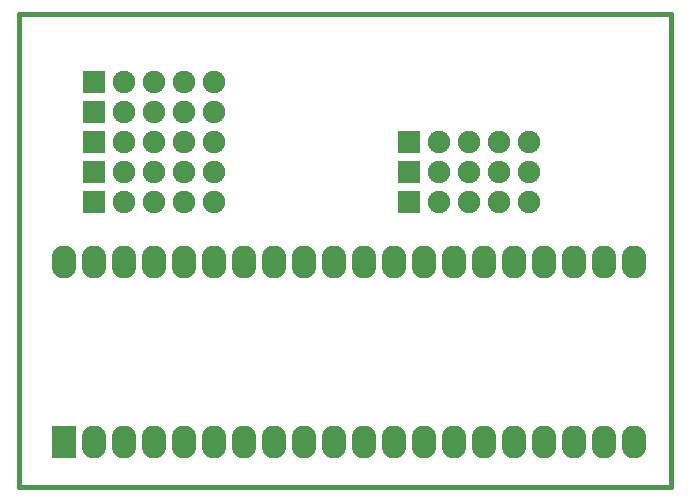
<source format=gts>
G04 (created by PCBNEW-RS274X (20100308 SVN-R2437)-RC5) date Wed 10 Mar 2010 11:33:35 AM CET*
G01*
G70*
G90*
%MOIN*%
G04 Gerber Fmt 3.4, Leading zero omitted, Abs format*
%FSLAX34Y34*%
G04 APERTURE LIST*
%ADD10C,0.006000*%
%ADD11C,0.015000*%
%ADD12R,0.075000X0.075000*%
%ADD13C,0.075000*%
%ADD14R,0.082000X0.110000*%
%ADD15O,0.082000X0.110000*%
G04 APERTURE END LIST*
G54D10*
G54D11*
X41500Y-29000D02*
X41500Y-13250D01*
X63250Y-29000D02*
X41500Y-29000D01*
X63250Y-28750D02*
X63250Y-29000D01*
X63250Y-13250D02*
X63250Y-28750D01*
X41500Y-13250D02*
X63250Y-13250D01*
G54D12*
X44000Y-17500D03*
G54D13*
X45000Y-17500D03*
X46000Y-17500D03*
X47000Y-17500D03*
X48000Y-17500D03*
G54D12*
X44000Y-16500D03*
G54D13*
X45000Y-16500D03*
X46000Y-16500D03*
X47000Y-16500D03*
X48000Y-16500D03*
G54D12*
X54500Y-17500D03*
G54D13*
X55500Y-17500D03*
X56500Y-17500D03*
X57500Y-17500D03*
X58500Y-17500D03*
G54D12*
X44000Y-15500D03*
G54D13*
X45000Y-15500D03*
X46000Y-15500D03*
X47000Y-15500D03*
X48000Y-15500D03*
G54D12*
X54500Y-18500D03*
G54D13*
X55500Y-18500D03*
X56500Y-18500D03*
X57500Y-18500D03*
X58500Y-18500D03*
G54D12*
X54500Y-19500D03*
G54D13*
X55500Y-19500D03*
X56500Y-19500D03*
X57500Y-19500D03*
X58500Y-19500D03*
G54D12*
X44000Y-18500D03*
G54D13*
X45000Y-18500D03*
X46000Y-18500D03*
X47000Y-18500D03*
X48000Y-18500D03*
G54D14*
X43000Y-27500D03*
G54D15*
X44000Y-27500D03*
X45000Y-27500D03*
X46000Y-27500D03*
X47000Y-27500D03*
X48000Y-27500D03*
X49000Y-27500D03*
X50000Y-27500D03*
X51000Y-27500D03*
X52000Y-27500D03*
X53000Y-27500D03*
X54000Y-27500D03*
X55000Y-27500D03*
X56000Y-27500D03*
X57000Y-27500D03*
X58000Y-27500D03*
X59000Y-27500D03*
X60000Y-27500D03*
X61000Y-27500D03*
X62000Y-27500D03*
X62000Y-21500D03*
X61000Y-21500D03*
X60000Y-21500D03*
X59000Y-21500D03*
X58000Y-21500D03*
X57000Y-21500D03*
X56000Y-21500D03*
X55000Y-21500D03*
X54000Y-21500D03*
X53000Y-21500D03*
X52000Y-21500D03*
X51000Y-21500D03*
X50000Y-21500D03*
X49000Y-21500D03*
X48000Y-21500D03*
X47000Y-21500D03*
X46000Y-21500D03*
X45000Y-21500D03*
X44000Y-21500D03*
X43000Y-21500D03*
G54D12*
X44000Y-19500D03*
G54D13*
X45000Y-19500D03*
X46000Y-19500D03*
X47000Y-19500D03*
X48000Y-19500D03*
M02*

</source>
